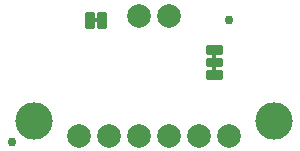
<source format=gbs>
G04 EAGLE Gerber RS-274X export*
G75*
%MOMM*%
%FSLAX34Y34*%
%LPD*%
%INSoldermask Bottom*%
%IPPOS*%
%AMOC8*
5,1,8,0,0,1.08239X$1,22.5*%
G01*
%ADD10C,0.762000*%
%ADD11C,3.175000*%
%ADD12C,2.006600*%
%ADD13C,0.228344*%

G36*
X179135Y77482D02*
X179135Y77482D01*
X179201Y77484D01*
X179244Y77502D01*
X179291Y77510D01*
X179348Y77544D01*
X179408Y77569D01*
X179443Y77600D01*
X179484Y77625D01*
X179526Y77676D01*
X179574Y77720D01*
X179596Y77762D01*
X179625Y77799D01*
X179646Y77861D01*
X179677Y77920D01*
X179685Y77974D01*
X179697Y78011D01*
X179696Y78051D01*
X179704Y78105D01*
X179704Y81915D01*
X179693Y81980D01*
X179691Y82046D01*
X179673Y82089D01*
X179665Y82136D01*
X179631Y82193D01*
X179606Y82253D01*
X179575Y82288D01*
X179550Y82329D01*
X179499Y82371D01*
X179455Y82419D01*
X179413Y82441D01*
X179376Y82470D01*
X179314Y82491D01*
X179255Y82522D01*
X179201Y82530D01*
X179164Y82542D01*
X179124Y82541D01*
X179070Y82549D01*
X176530Y82549D01*
X176465Y82538D01*
X176399Y82536D01*
X176356Y82518D01*
X176309Y82510D01*
X176252Y82476D01*
X176192Y82451D01*
X176157Y82420D01*
X176116Y82395D01*
X176075Y82344D01*
X176026Y82300D01*
X176004Y82258D01*
X175975Y82221D01*
X175954Y82159D01*
X175923Y82100D01*
X175915Y82046D01*
X175903Y82009D01*
X175903Y82005D01*
X175903Y82004D01*
X175904Y81969D01*
X175896Y81915D01*
X175896Y78105D01*
X175907Y78040D01*
X175909Y77974D01*
X175927Y77931D01*
X175935Y77884D01*
X175969Y77827D01*
X175994Y77767D01*
X176025Y77732D01*
X176050Y77691D01*
X176101Y77650D01*
X176145Y77601D01*
X176187Y77579D01*
X176224Y77550D01*
X176286Y77529D01*
X176345Y77498D01*
X176399Y77490D01*
X176436Y77478D01*
X176476Y77479D01*
X176530Y77471D01*
X179070Y77471D01*
X179135Y77482D01*
G37*
G36*
X179135Y67322D02*
X179135Y67322D01*
X179201Y67324D01*
X179244Y67342D01*
X179291Y67350D01*
X179348Y67384D01*
X179408Y67409D01*
X179443Y67440D01*
X179484Y67465D01*
X179526Y67516D01*
X179574Y67560D01*
X179596Y67602D01*
X179625Y67639D01*
X179646Y67701D01*
X179677Y67760D01*
X179685Y67814D01*
X179697Y67851D01*
X179696Y67891D01*
X179704Y67945D01*
X179704Y71755D01*
X179693Y71820D01*
X179691Y71886D01*
X179673Y71929D01*
X179665Y71976D01*
X179631Y72033D01*
X179606Y72093D01*
X179575Y72128D01*
X179550Y72169D01*
X179499Y72211D01*
X179455Y72259D01*
X179413Y72281D01*
X179376Y72310D01*
X179314Y72331D01*
X179255Y72362D01*
X179201Y72370D01*
X179164Y72382D01*
X179124Y72381D01*
X179070Y72389D01*
X176530Y72389D01*
X176465Y72378D01*
X176399Y72376D01*
X176356Y72358D01*
X176309Y72350D01*
X176252Y72316D01*
X176192Y72291D01*
X176157Y72260D01*
X176116Y72235D01*
X176075Y72184D01*
X176026Y72140D01*
X176004Y72098D01*
X175975Y72061D01*
X175954Y71999D01*
X175923Y71940D01*
X175915Y71886D01*
X175903Y71849D01*
X175903Y71845D01*
X175903Y71844D01*
X175904Y71809D01*
X175896Y71755D01*
X175896Y67945D01*
X175907Y67880D01*
X175909Y67814D01*
X175927Y67771D01*
X175935Y67724D01*
X175969Y67667D01*
X175994Y67607D01*
X176025Y67572D01*
X176050Y67531D01*
X176101Y67490D01*
X176145Y67441D01*
X176187Y67419D01*
X176224Y67390D01*
X176286Y67369D01*
X176345Y67338D01*
X176399Y67330D01*
X176436Y67318D01*
X176476Y67319D01*
X176530Y67311D01*
X179070Y67311D01*
X179135Y67322D01*
G37*
G36*
X79440Y108597D02*
X79440Y108597D01*
X79506Y108599D01*
X79549Y108617D01*
X79596Y108625D01*
X79653Y108659D01*
X79713Y108684D01*
X79748Y108715D01*
X79789Y108740D01*
X79831Y108791D01*
X79879Y108835D01*
X79901Y108877D01*
X79930Y108914D01*
X79951Y108976D01*
X79982Y109035D01*
X79990Y109089D01*
X80002Y109126D01*
X80001Y109166D01*
X80009Y109220D01*
X80009Y111760D01*
X79998Y111825D01*
X79996Y111891D01*
X79978Y111934D01*
X79970Y111981D01*
X79936Y112038D01*
X79911Y112098D01*
X79880Y112133D01*
X79855Y112174D01*
X79804Y112216D01*
X79760Y112264D01*
X79718Y112286D01*
X79681Y112315D01*
X79619Y112336D01*
X79560Y112367D01*
X79506Y112375D01*
X79469Y112387D01*
X79429Y112386D01*
X79375Y112394D01*
X75565Y112394D01*
X75500Y112383D01*
X75434Y112381D01*
X75391Y112363D01*
X75344Y112355D01*
X75287Y112321D01*
X75227Y112296D01*
X75192Y112265D01*
X75151Y112240D01*
X75110Y112189D01*
X75061Y112145D01*
X75039Y112103D01*
X75010Y112066D01*
X74989Y112004D01*
X74958Y111945D01*
X74950Y111891D01*
X74938Y111854D01*
X74938Y111851D01*
X74939Y111814D01*
X74931Y111760D01*
X74931Y109220D01*
X74942Y109155D01*
X74944Y109089D01*
X74962Y109046D01*
X74970Y108999D01*
X75004Y108942D01*
X75029Y108882D01*
X75060Y108847D01*
X75085Y108806D01*
X75136Y108765D01*
X75180Y108716D01*
X75222Y108694D01*
X75259Y108665D01*
X75321Y108644D01*
X75380Y108613D01*
X75434Y108605D01*
X75471Y108593D01*
X75511Y108594D01*
X75565Y108586D01*
X79375Y108586D01*
X79440Y108597D01*
G37*
D10*
X190500Y110490D03*
X6350Y7620D03*
D11*
X228600Y25400D03*
X25400Y25400D03*
D12*
X114300Y12700D03*
X139700Y12700D03*
X165100Y12700D03*
X190500Y12700D03*
D13*
X85473Y116334D02*
X79881Y116334D01*
X85473Y116334D02*
X85473Y104646D01*
X79881Y104646D01*
X79881Y116334D01*
X79881Y106815D02*
X85473Y106815D01*
X85473Y108984D02*
X79881Y108984D01*
X79881Y111153D02*
X85473Y111153D01*
X85473Y113322D02*
X79881Y113322D01*
X79881Y115491D02*
X85473Y115491D01*
X75059Y116334D02*
X69467Y116334D01*
X75059Y116334D02*
X75059Y104646D01*
X69467Y104646D01*
X69467Y116334D01*
X69467Y106815D02*
X75059Y106815D01*
X75059Y108984D02*
X69467Y108984D01*
X69467Y111153D02*
X75059Y111153D01*
X75059Y113322D02*
X69467Y113322D01*
X69467Y115491D02*
X75059Y115491D01*
X171956Y88140D02*
X171956Y82548D01*
X171956Y88140D02*
X183644Y88140D01*
X183644Y82548D01*
X171956Y82548D01*
X171956Y84717D02*
X183644Y84717D01*
X183644Y86886D02*
X171956Y86886D01*
X171956Y77726D02*
X171956Y72134D01*
X171956Y77726D02*
X183644Y77726D01*
X183644Y72134D01*
X171956Y72134D01*
X171956Y74303D02*
X183644Y74303D01*
X183644Y76472D02*
X171956Y76472D01*
X171956Y67312D02*
X171956Y61720D01*
X171956Y67312D02*
X183644Y67312D01*
X183644Y61720D01*
X171956Y61720D01*
X171956Y63889D02*
X183644Y63889D01*
X183644Y66058D02*
X171956Y66058D01*
D12*
X63500Y12700D03*
X88900Y12700D03*
X139700Y114300D03*
X114300Y114300D03*
M02*

</source>
